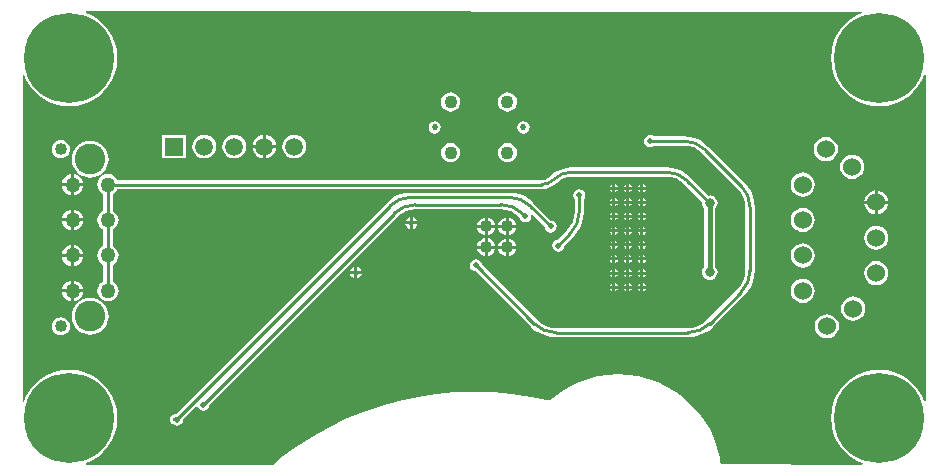
<source format=gbl>
G04*
G04 #@! TF.GenerationSoftware,Altium Limited,CircuitStudio,1.5.2 (30)*
G04*
G04 Layer_Physical_Order=2*
G04 Layer_Color=12500520*
%FSLAX25Y25*%
%MOIN*%
G70*
G01*
G75*
%ADD10C,0.01000*%
%ADD35C,0.02047*%
%ADD36C,0.04331*%
%ADD37C,0.06000*%
%ADD38C,0.05906*%
%ADD39R,0.05906X0.05906*%
%ADD40C,0.05000*%
%ADD41C,0.04016*%
%ADD42C,0.10236*%
%ADD43C,0.30000*%
%ADD44C,0.01969*%
%ADD45C,0.04000*%
%ADD46C,0.03150*%
%ADD47C,0.01575*%
G36*
X468810Y548502D02*
X468909Y548002D01*
X467214Y547300D01*
X465066Y545984D01*
X463151Y544349D01*
X461516Y542434D01*
X460200Y540286D01*
X459236Y537960D01*
X458648Y535511D01*
X458451Y533000D01*
X458648Y530489D01*
X459236Y528041D01*
X460200Y525714D01*
X461516Y523566D01*
X463151Y521651D01*
X465066Y520016D01*
X467214Y518700D01*
X469541Y517736D01*
X471989Y517148D01*
X474500Y516951D01*
X477011Y517148D01*
X479460Y517736D01*
X481786Y518700D01*
X483934Y520016D01*
X485849Y521651D01*
X487484Y523566D01*
X488800Y525714D01*
X489501Y527407D01*
X490001Y527307D01*
Y418693D01*
X489501Y418593D01*
X488800Y420286D01*
X487484Y422434D01*
X485849Y424349D01*
X483934Y425984D01*
X481786Y427300D01*
X479460Y428264D01*
X477011Y428852D01*
X474500Y429049D01*
X471989Y428852D01*
X469541Y428264D01*
X467214Y427300D01*
X465066Y425984D01*
X463151Y424349D01*
X461516Y422434D01*
X460200Y420286D01*
X459236Y417959D01*
X458648Y415511D01*
X458451Y413000D01*
X458648Y410489D01*
X459236Y408040D01*
X460200Y405714D01*
X461516Y403566D01*
X463151Y401651D01*
X465066Y400016D01*
X467214Y398700D01*
X468977Y397970D01*
X468877Y397470D01*
X422099Y397574D01*
Y397574D01*
X422099D01*
X421832Y397702D01*
X421604Y398003D01*
X421603Y398006D01*
X421534Y398475D01*
X421347Y399733D01*
X420524Y403018D01*
X419383Y406207D01*
X417935Y409268D01*
X416194Y412173D01*
X414177Y414893D01*
X411903Y417403D01*
X409393Y419677D01*
X406673Y421694D01*
X403768Y423435D01*
X400706Y424883D01*
X397518Y426024D01*
X394233Y426847D01*
X390882Y427344D01*
X387500Y427510D01*
X384117Y427344D01*
X380767Y426847D01*
X377482Y426024D01*
X374293Y424883D01*
X371232Y423435D01*
X368327Y421694D01*
X365607Y419677D01*
X364806Y418951D01*
X364442Y418869D01*
X364304Y418849D01*
X363843Y418948D01*
X358397Y420117D01*
X352136Y421069D01*
X345830Y421642D01*
X339500Y421834D01*
X333170Y421642D01*
X326864Y421069D01*
X320603Y420117D01*
X314412Y418787D01*
X308312Y417087D01*
X302326Y415021D01*
X296475Y412598D01*
X290781Y409826D01*
X285266Y406715D01*
X279948Y403276D01*
X274847Y399523D01*
X273461Y398368D01*
X273095Y398064D01*
X273095Y398064D01*
D01*
X273061Y397937D01*
X272906Y397584D01*
X272600Y397457D01*
X210082Y397452D01*
X209982Y397953D01*
X211786Y398700D01*
X213934Y400016D01*
X215849Y401651D01*
X217484Y403566D01*
X218800Y405714D01*
X219764Y408040D01*
X220352Y410489D01*
X220549Y413000D01*
X220352Y415511D01*
X219764Y417959D01*
X218800Y420286D01*
X217484Y422434D01*
X215849Y424349D01*
X213934Y425984D01*
X211786Y427300D01*
X209459Y428264D01*
X207011Y428852D01*
X204500Y429049D01*
X201989Y428852D01*
X199540Y428264D01*
X197214Y427300D01*
X195066Y425984D01*
X193151Y424349D01*
X191516Y422434D01*
X190200Y420286D01*
X189453Y418483D01*
X188953Y418582D01*
X188996Y527313D01*
X189496Y527412D01*
X190200Y525714D01*
X191516Y523566D01*
X193151Y521651D01*
X195066Y520016D01*
X197214Y518700D01*
X199540Y517736D01*
X201989Y517148D01*
X204500Y516951D01*
X207011Y517148D01*
X209459Y517736D01*
X211786Y518700D01*
X213934Y520016D01*
X215849Y521651D01*
X217484Y523566D01*
X218800Y525714D01*
X219764Y528041D01*
X220352Y530489D01*
X220549Y533000D01*
X220352Y535511D01*
X219764Y537960D01*
X218800Y540286D01*
X217484Y542434D01*
X215849Y544349D01*
X213934Y545984D01*
X211786Y547300D01*
X209980Y548048D01*
X210079Y548548D01*
X468810Y548502D01*
D02*
G37*
%LPC*%
G36*
X346460Y469500D02*
X344000D01*
Y467040D01*
X344283Y467077D01*
X345013Y467379D01*
X345640Y467860D01*
X346120Y468487D01*
X346423Y469217D01*
X346460Y469500D01*
D02*
G37*
G36*
X205100Y470654D02*
X204686Y470600D01*
X203835Y470247D01*
X203104Y469686D01*
X202543Y468955D01*
X202190Y468104D01*
X202136Y467690D01*
X205100D01*
Y470654D01*
D02*
G37*
G36*
X343000Y469500D02*
X340540D01*
X340577Y469217D01*
X340879Y468487D01*
X341360Y467860D01*
X341987Y467379D01*
X342717Y467077D01*
X343000Y467040D01*
Y469500D01*
D02*
G37*
G36*
X350000Y469346D02*
X347540D01*
X347577Y469063D01*
X347880Y468333D01*
X348360Y467706D01*
X348987Y467225D01*
X349717Y466923D01*
X350000Y466886D01*
Y469346D01*
D02*
G37*
G36*
X353460D02*
X351000D01*
Y466886D01*
X351283Y466923D01*
X352013Y467225D01*
X352640Y467706D01*
X353120Y468333D01*
X353423Y469063D01*
X353460Y469346D01*
D02*
G37*
G36*
X396746Y470238D02*
X395924D01*
Y469416D01*
X395968Y469425D01*
X396429Y469733D01*
X396737Y470194D01*
X396746Y470238D01*
D02*
G37*
G36*
X390200D02*
X389378D01*
X389387Y470194D01*
X389695Y469733D01*
X390156Y469425D01*
X390200Y469416D01*
Y470238D01*
D02*
G37*
G36*
X385476D02*
X384654D01*
X384663Y470194D01*
X384971Y469733D01*
X385432Y469425D01*
X385476Y469416D01*
Y470238D01*
D02*
G37*
G36*
X206100Y470654D02*
Y467690D01*
X209064D01*
X209010Y468104D01*
X208657Y468955D01*
X208096Y469686D01*
X207365Y470247D01*
X206514Y470600D01*
X206100Y470654D01*
D02*
G37*
G36*
X473500Y477135D02*
X472456Y476997D01*
X471483Y476594D01*
X470647Y475953D01*
X470006Y475117D01*
X469603Y474144D01*
X469465Y473100D01*
X469603Y472056D01*
X470006Y471083D01*
X470647Y470247D01*
X471483Y469606D01*
X472456Y469203D01*
X473500Y469066D01*
X474544Y469203D01*
X475517Y469606D01*
X476353Y470247D01*
X476994Y471083D01*
X477397Y472056D01*
X477534Y473100D01*
X477397Y474144D01*
X476994Y475117D01*
X476353Y475953D01*
X475517Y476594D01*
X474544Y476997D01*
X473500Y477135D01*
D02*
G37*
G36*
X386476Y467335D02*
Y466513D01*
X387297D01*
X387288Y466557D01*
X386980Y467018D01*
X386519Y467326D01*
X386476Y467335D01*
D02*
G37*
G36*
X394924Y465513D02*
X394103D01*
X394112Y465470D01*
X394420Y465009D01*
X394881Y464701D01*
X394924Y464692D01*
Y465513D01*
D02*
G37*
G36*
X387297D02*
X386476D01*
Y464692D01*
X386519Y464701D01*
X386980Y465009D01*
X387288Y465470D01*
X387297Y465513D01*
D02*
G37*
G36*
X392021D02*
X391200D01*
Y464692D01*
X391244Y464701D01*
X391705Y465009D01*
X392013Y465470D01*
X392021Y465513D01*
D02*
G37*
G36*
X396746D02*
X395924D01*
Y464692D01*
X395968Y464701D01*
X396429Y465009D01*
X396737Y465470D01*
X396746Y465513D01*
D02*
G37*
G36*
X390200D02*
X389378D01*
X389387Y465470D01*
X389695Y465009D01*
X390156Y464701D01*
X390200Y464692D01*
Y465513D01*
D02*
G37*
G36*
X395924Y467335D02*
Y466513D01*
X396746D01*
X396737Y466557D01*
X396429Y467018D01*
X395968Y467326D01*
X395924Y467335D01*
D02*
G37*
G36*
X391200D02*
Y466513D01*
X392021D01*
X392013Y466557D01*
X391705Y467018D01*
X391244Y467326D01*
X391200Y467335D01*
D02*
G37*
G36*
X394924D02*
X394881Y467326D01*
X394420Y467018D01*
X394112Y466557D01*
X394103Y466513D01*
X394924D01*
Y467335D01*
D02*
G37*
G36*
X385476D02*
X385432Y467326D01*
X384971Y467018D01*
X384663Y466557D01*
X384654Y466513D01*
X385476D01*
Y467335D01*
D02*
G37*
G36*
X390200D02*
X390156Y467326D01*
X389695Y467018D01*
X389387Y466557D01*
X389378Y466513D01*
X390200D01*
Y467335D01*
D02*
G37*
G36*
X392021Y470238D02*
X391200D01*
Y469416D01*
X391244Y469425D01*
X391705Y469733D01*
X392013Y470194D01*
X392021Y470238D01*
D02*
G37*
G36*
X346460Y476346D02*
X344000D01*
Y473886D01*
X344283Y473923D01*
X345013Y474225D01*
X345640Y474706D01*
X346121Y475333D01*
X346423Y476063D01*
X346460Y476346D01*
D02*
G37*
G36*
X350000D02*
X347540D01*
X347577Y476063D01*
X347880Y475333D01*
X348360Y474706D01*
X348987Y474225D01*
X349717Y473923D01*
X350000Y473886D01*
Y476346D01*
D02*
G37*
G36*
X343000D02*
X340540D01*
X340577Y476063D01*
X340880Y475333D01*
X341360Y474706D01*
X341987Y474225D01*
X342717Y473923D01*
X343000Y473886D01*
Y476346D01*
D02*
G37*
G36*
X386476Y472059D02*
Y471238D01*
X387297D01*
X387288Y471282D01*
X386980Y471743D01*
X386519Y472051D01*
X386476Y472059D01*
D02*
G37*
G36*
X374500Y489198D02*
X373726Y489044D01*
X373069Y488605D01*
X372631Y487949D01*
X372477Y487175D01*
X372631Y486401D01*
X372971Y485892D01*
Y481642D01*
X372984Y481574D01*
X372828Y479986D01*
X372344Y478393D01*
X371560Y476925D01*
X370547Y475691D01*
X370490Y475653D01*
X367325Y472488D01*
X366726Y472369D01*
X366069Y471931D01*
X365631Y471274D01*
X365477Y470500D01*
X365631Y469726D01*
X366069Y469069D01*
X366726Y468631D01*
X367500Y468477D01*
X368274Y468631D01*
X368931Y469069D01*
X369369Y469726D01*
X369488Y470326D01*
X372653Y473490D01*
X372657Y473485D01*
X373832Y474862D01*
X374778Y476405D01*
X375471Y478077D01*
X375893Y479838D01*
X376035Y481642D01*
X376029D01*
Y485892D01*
X376369Y486401D01*
X376523Y487175D01*
X376369Y487949D01*
X375931Y488605D01*
X375274Y489044D01*
X374500Y489198D01*
D02*
G37*
G36*
X390200Y474962D02*
X389378D01*
X389387Y474919D01*
X389695Y474457D01*
X390156Y474149D01*
X390200Y474141D01*
Y474962D01*
D02*
G37*
G36*
X392021D02*
X391200D01*
Y474141D01*
X391244Y474149D01*
X391705Y474457D01*
X392013Y474919D01*
X392021Y474962D01*
D02*
G37*
G36*
X396746D02*
X395924D01*
Y474141D01*
X395968Y474149D01*
X396429Y474457D01*
X396737Y474919D01*
X396746Y474962D01*
D02*
G37*
G36*
X353460Y476346D02*
X351000D01*
Y473886D01*
X351283Y473923D01*
X352013Y474225D01*
X352640Y474706D01*
X353120Y475333D01*
X353423Y476063D01*
X353460Y476346D01*
D02*
G37*
G36*
X385476Y474962D02*
X384654D01*
X384663Y474919D01*
X384971Y474457D01*
X385432Y474149D01*
X385476Y474141D01*
Y474962D01*
D02*
G37*
G36*
X391200Y472059D02*
Y471238D01*
X392021D01*
X392013Y471282D01*
X391705Y471743D01*
X391244Y472051D01*
X391200Y472059D01*
D02*
G37*
G36*
X351000Y472806D02*
Y470346D01*
X353460D01*
X353423Y470629D01*
X353120Y471359D01*
X352640Y471985D01*
X352013Y472466D01*
X351283Y472769D01*
X351000Y472806D01*
D02*
G37*
G36*
X343000Y472960D02*
X342717Y472923D01*
X341987Y472620D01*
X341360Y472140D01*
X340879Y471513D01*
X340577Y470783D01*
X340540Y470500D01*
X343000D01*
Y472960D01*
D02*
G37*
G36*
X350000Y472806D02*
X349717Y472769D01*
X348987Y472466D01*
X348360Y471985D01*
X347880Y471359D01*
X347577Y470629D01*
X347540Y470346D01*
X350000D01*
Y472806D01*
D02*
G37*
G36*
X394924Y470238D02*
X394103D01*
X394112Y470194D01*
X394420Y469733D01*
X394881Y469425D01*
X394924Y469416D01*
Y470238D01*
D02*
G37*
G36*
X387297D02*
X386476D01*
Y469416D01*
X386519Y469425D01*
X386980Y469733D01*
X387288Y470194D01*
X387297Y470238D01*
D02*
G37*
G36*
X394924Y472059D02*
X394881Y472051D01*
X394420Y471743D01*
X394112Y471282D01*
X394103Y471238D01*
X394924D01*
Y472059D01*
D02*
G37*
G36*
X395924D02*
Y471238D01*
X396746D01*
X396737Y471282D01*
X396429Y471743D01*
X395968Y472051D01*
X395924Y472059D01*
D02*
G37*
G36*
X390200D02*
X390156Y472051D01*
X389695Y471743D01*
X389387Y471282D01*
X389378Y471238D01*
X390200D01*
Y472059D01*
D02*
G37*
G36*
X344000Y472960D02*
Y470500D01*
X346460D01*
X346423Y470783D01*
X346120Y471513D01*
X345640Y472140D01*
X345013Y472620D01*
X344283Y472923D01*
X344000Y472960D01*
D02*
G37*
G36*
X385476Y472059D02*
X385432Y472051D01*
X384971Y471743D01*
X384663Y471282D01*
X384654Y471238D01*
X385476D01*
Y472059D01*
D02*
G37*
G36*
X205100Y458834D02*
X204686Y458780D01*
X203835Y458427D01*
X203104Y457866D01*
X202543Y457135D01*
X202190Y456284D01*
X202136Y455870D01*
X205100D01*
Y458834D01*
D02*
G37*
G36*
X206100Y458834D02*
Y455870D01*
X209064D01*
X209010Y456284D01*
X208657Y457135D01*
X208096Y457866D01*
X207365Y458427D01*
X206514Y458780D01*
X206100Y458834D01*
D02*
G37*
G36*
X387297Y456065D02*
X386476D01*
Y455243D01*
X386519Y455252D01*
X386980Y455560D01*
X387288Y456021D01*
X387297Y456065D01*
D02*
G37*
G36*
X392021D02*
X391200D01*
Y455243D01*
X391244Y455252D01*
X391705Y455560D01*
X392013Y456021D01*
X392021Y456065D01*
D02*
G37*
G36*
X394924D02*
X394103D01*
X394112Y456021D01*
X394420Y455560D01*
X394881Y455252D01*
X394924Y455243D01*
Y456065D01*
D02*
G37*
G36*
X395924Y457886D02*
Y457065D01*
X396746D01*
X396737Y457108D01*
X396429Y457569D01*
X395968Y457877D01*
X395924Y457886D01*
D02*
G37*
G36*
X391200D02*
Y457065D01*
X392021D01*
X392013Y457108D01*
X391705Y457569D01*
X391244Y457877D01*
X391200Y457886D01*
D02*
G37*
G36*
X394924D02*
X394881Y457877D01*
X394420Y457569D01*
X394112Y457108D01*
X394103Y457065D01*
X394924D01*
Y457886D01*
D02*
G37*
G36*
X385476D02*
X385432Y457877D01*
X384971Y457569D01*
X384663Y457108D01*
X384654Y457065D01*
X385476D01*
Y457886D01*
D02*
G37*
G36*
X390200D02*
X390156Y457877D01*
X389695Y457569D01*
X389387Y457108D01*
X389378Y457065D01*
X390200D01*
Y457886D01*
D02*
G37*
G36*
Y456065D02*
X389378D01*
X389387Y456021D01*
X389695Y455560D01*
X390156Y455252D01*
X390200Y455243D01*
Y456065D01*
D02*
G37*
G36*
X398100Y507369D02*
X397326Y507215D01*
X396669Y506777D01*
X396231Y506120D01*
X396077Y505346D01*
X396231Y504572D01*
X396669Y503915D01*
X397326Y503477D01*
X398100Y503323D01*
X398874Y503477D01*
X399383Y503817D01*
X409412D01*
X409480Y503830D01*
X411068Y503674D01*
X412661Y503191D01*
X414129Y502406D01*
X415363Y501393D01*
X415402Y501335D01*
X427390Y489347D01*
X427447Y489309D01*
X428460Y488075D01*
X429245Y486607D01*
X429728Y485014D01*
X429884Y483426D01*
X429871Y483358D01*
Y462042D01*
X429884Y461974D01*
X429728Y460386D01*
X429245Y458793D01*
X428460Y457325D01*
X427447Y456091D01*
X427390Y456052D01*
X416847Y445510D01*
X416809Y445452D01*
X415575Y444440D01*
X414107Y443655D01*
X412514Y443172D01*
X410926Y443016D01*
X410858Y443029D01*
X366659D01*
X366591Y443016D01*
X365003Y443172D01*
X363410Y443655D01*
X361942Y444440D01*
X360708Y445452D01*
X360669Y445510D01*
X342098Y464081D01*
X341979Y464681D01*
X341541Y465338D01*
X340884Y465776D01*
X340110Y465930D01*
X339336Y465776D01*
X338679Y465338D01*
X338241Y464681D01*
X338087Y463907D01*
X338241Y463133D01*
X338679Y462476D01*
X339336Y462038D01*
X339935Y461919D01*
X358507Y443347D01*
X358502Y443343D01*
X359879Y442168D01*
X361422Y441222D01*
X363094Y440529D01*
X364855Y440106D01*
X366659Y439964D01*
Y439971D01*
X410858D01*
Y439964D01*
X412662Y440106D01*
X414423Y440529D01*
X416095Y441222D01*
X417638Y442168D01*
X419015Y443343D01*
X419010Y443347D01*
X429553Y453890D01*
X429557Y453885D01*
X430732Y455262D01*
X431678Y456805D01*
X432371Y458477D01*
X432794Y460238D01*
X432935Y462042D01*
X432929D01*
Y483358D01*
X432935D01*
X432794Y485162D01*
X432371Y486923D01*
X431678Y488595D01*
X430732Y490138D01*
X429557Y491515D01*
X429553Y491510D01*
X417564Y503498D01*
X417569Y503503D01*
X416192Y504678D01*
X414649Y505624D01*
X412977Y506317D01*
X411216Y506740D01*
X409412Y506882D01*
Y506875D01*
X399383D01*
X398874Y507215D01*
X398100Y507369D01*
D02*
G37*
G36*
X465783Y453512D02*
X464739Y453375D01*
X463766Y452972D01*
X462931Y452331D01*
X462289Y451495D01*
X461886Y450522D01*
X461749Y449478D01*
X461886Y448434D01*
X462289Y447461D01*
X462931Y446625D01*
X463766Y445984D01*
X464739Y445581D01*
X465783Y445443D01*
X466828Y445581D01*
X467801Y445984D01*
X468636Y446625D01*
X469277Y447461D01*
X469681Y448434D01*
X469818Y449478D01*
X469681Y450522D01*
X469277Y451495D01*
X468636Y452331D01*
X467801Y452972D01*
X466828Y453375D01*
X465783Y453512D01*
D02*
G37*
G36*
X211500Y453067D02*
X210301Y452949D01*
X209147Y452599D01*
X208085Y452031D01*
X207153Y451266D01*
X206388Y450334D01*
X205820Y449272D01*
X205470Y448118D01*
X205352Y446919D01*
X205470Y445720D01*
X205820Y444566D01*
X206388Y443504D01*
X207153Y442572D01*
X208085Y441807D01*
X209147Y441239D01*
X210301Y440889D01*
X211500Y440771D01*
X212699Y440889D01*
X213853Y441239D01*
X214915Y441807D01*
X215847Y442572D01*
X216612Y443504D01*
X217180Y444566D01*
X217530Y445720D01*
X217648Y446919D01*
X217530Y448118D01*
X217180Y449272D01*
X216612Y450334D01*
X215847Y451266D01*
X214915Y452031D01*
X213853Y452599D01*
X212699Y452949D01*
X211500Y453067D01*
D02*
G37*
G36*
X457031Y447607D02*
X455987Y447470D01*
X455014Y447066D01*
X454179Y446425D01*
X453537Y445590D01*
X453134Y444617D01*
X452997Y443573D01*
X453134Y442528D01*
X453537Y441555D01*
X454179Y440720D01*
X455014Y440078D01*
X455987Y439676D01*
X457031Y439538D01*
X458076Y439676D01*
X459049Y440078D01*
X459884Y440720D01*
X460526Y441555D01*
X460928Y442528D01*
X461066Y443573D01*
X460928Y444617D01*
X460526Y445590D01*
X459884Y446425D01*
X459049Y447066D01*
X458076Y447470D01*
X457031Y447607D01*
D02*
G37*
G36*
X201731Y446606D02*
X200945Y446503D01*
X200214Y446200D01*
X199585Y445718D01*
X199103Y445089D01*
X198800Y444358D01*
X198697Y443573D01*
X198800Y442787D01*
X199103Y442056D01*
X199585Y441427D01*
X200214Y440945D01*
X200945Y440642D01*
X201731Y440539D01*
X202516Y440642D01*
X203248Y440945D01*
X203876Y441427D01*
X204358Y442056D01*
X204661Y442787D01*
X204765Y443573D01*
X204661Y444358D01*
X204358Y445089D01*
X203876Y445718D01*
X203248Y446200D01*
X202516Y446503D01*
X201731Y446606D01*
D02*
G37*
G36*
X385476Y456065D02*
X384654D01*
X384663Y456021D01*
X384971Y455560D01*
X385432Y455252D01*
X385476Y455243D01*
Y456065D01*
D02*
G37*
G36*
X396746D02*
X395924D01*
Y455243D01*
X395968Y455252D01*
X396429Y455560D01*
X396737Y456021D01*
X396746Y456065D01*
D02*
G37*
G36*
X209064Y454870D02*
X206100D01*
Y451906D01*
X206514Y451960D01*
X207365Y452313D01*
X208096Y452874D01*
X208657Y453605D01*
X209010Y454456D01*
X209064Y454870D01*
D02*
G37*
G36*
X449000Y459418D02*
X447956Y459281D01*
X446983Y458878D01*
X446147Y458236D01*
X445506Y457401D01*
X445103Y456428D01*
X444965Y455383D01*
X445103Y454339D01*
X445506Y453366D01*
X446147Y452531D01*
X446983Y451890D01*
X447956Y451486D01*
X449000Y451349D01*
X450044Y451486D01*
X451017Y451890D01*
X451853Y452531D01*
X452494Y453366D01*
X452897Y454339D01*
X453034Y455383D01*
X452897Y456428D01*
X452494Y457401D01*
X451853Y458236D01*
X451017Y458878D01*
X450044Y459281D01*
X449000Y459418D01*
D02*
G37*
G36*
X205100Y454870D02*
X202136D01*
X202190Y454456D01*
X202543Y453605D01*
X203104Y452874D01*
X203835Y452313D01*
X204686Y451960D01*
X205100Y451906D01*
Y454870D01*
D02*
G37*
G36*
X386476Y457886D02*
Y457065D01*
X387297D01*
X387288Y457108D01*
X386980Y457569D01*
X386519Y457877D01*
X386476Y457886D01*
D02*
G37*
G36*
Y462611D02*
Y461789D01*
X387297D01*
X387288Y461833D01*
X386980Y462294D01*
X386519Y462602D01*
X386476Y462611D01*
D02*
G37*
G36*
X299547Y463380D02*
X299273Y463325D01*
X298617Y462886D01*
X298178Y462230D01*
X298124Y461956D01*
X299547D01*
Y463380D01*
D02*
G37*
G36*
X391200Y462611D02*
Y461789D01*
X392021D01*
X392013Y461833D01*
X391705Y462294D01*
X391244Y462602D01*
X391200Y462611D01*
D02*
G37*
G36*
X394924D02*
X394881Y462602D01*
X394420Y462294D01*
X394112Y461833D01*
X394103Y461789D01*
X394924D01*
Y462611D01*
D02*
G37*
G36*
X395924D02*
Y461789D01*
X396746D01*
X396737Y461833D01*
X396429Y462294D01*
X395968Y462602D01*
X395924Y462611D01*
D02*
G37*
G36*
X209064Y466690D02*
X206100D01*
Y463726D01*
X206514Y463780D01*
X207365Y464133D01*
X208096Y464694D01*
X208657Y465425D01*
X209010Y466276D01*
X209064Y466690D01*
D02*
G37*
G36*
X385476Y465513D02*
X384654D01*
X384663Y465470D01*
X384971Y465009D01*
X385432Y464701D01*
X385476Y464692D01*
Y465513D01*
D02*
G37*
G36*
X205100Y466690D02*
X202136D01*
X202190Y466276D01*
X202543Y465425D01*
X203104Y464694D01*
X203835Y464133D01*
X204686Y463780D01*
X205100Y463726D01*
Y466690D01*
D02*
G37*
G36*
X300547Y463380D02*
Y461956D01*
X301971D01*
X301916Y462230D01*
X301478Y462886D01*
X300821Y463325D01*
X300547Y463380D01*
D02*
G37*
G36*
X449000Y471229D02*
X447956Y471092D01*
X446983Y470688D01*
X446147Y470047D01*
X445506Y469212D01*
X445103Y468239D01*
X444965Y467195D01*
X445103Y466150D01*
X445506Y465177D01*
X446147Y464342D01*
X446983Y463700D01*
X447956Y463298D01*
X449000Y463160D01*
X450044Y463298D01*
X451017Y463700D01*
X451853Y464342D01*
X452494Y465177D01*
X452897Y466150D01*
X453034Y467195D01*
X452897Y468239D01*
X452494Y469212D01*
X451853Y470047D01*
X451017Y470688D01*
X450044Y471092D01*
X449000Y471229D01*
D02*
G37*
G36*
X390200Y462611D02*
X390156Y462602D01*
X389695Y462294D01*
X389387Y461833D01*
X389378Y461789D01*
X390200D01*
Y462611D01*
D02*
G37*
G36*
X385476Y460789D02*
X384654D01*
X384663Y460745D01*
X384971Y460284D01*
X385432Y459976D01*
X385476Y459968D01*
Y460789D01*
D02*
G37*
G36*
X396746D02*
X395924D01*
Y459968D01*
X395968Y459976D01*
X396429Y460284D01*
X396737Y460745D01*
X396746Y460789D01*
D02*
G37*
G36*
X301971Y460956D02*
X300547D01*
Y459532D01*
X300821Y459587D01*
X301478Y460025D01*
X301916Y460682D01*
X301971Y460956D01*
D02*
G37*
G36*
X473500Y465323D02*
X472456Y465186D01*
X471483Y464783D01*
X470647Y464142D01*
X470006Y463306D01*
X469603Y462333D01*
X469465Y461289D01*
X469603Y460245D01*
X470006Y459272D01*
X470647Y458436D01*
X471483Y457795D01*
X472456Y457392D01*
X473500Y457255D01*
X474544Y457392D01*
X475517Y457795D01*
X476353Y458436D01*
X476994Y459272D01*
X477397Y460245D01*
X477534Y461289D01*
X477397Y462333D01*
X476994Y463306D01*
X476353Y464142D01*
X475517Y464783D01*
X474544Y465186D01*
X473500Y465323D01*
D02*
G37*
G36*
X299547Y460956D02*
X298124D01*
X298178Y460682D01*
X298617Y460025D01*
X299273Y459587D01*
X299547Y459532D01*
Y460956D01*
D02*
G37*
G36*
X387297Y460789D02*
X386476D01*
Y459968D01*
X386519Y459976D01*
X386980Y460284D01*
X387288Y460745D01*
X387297Y460789D01*
D02*
G37*
G36*
X385476Y462611D02*
X385432Y462602D01*
X384971Y462294D01*
X384663Y461833D01*
X384654Y461789D01*
X385476D01*
Y462611D01*
D02*
G37*
G36*
X394924Y460789D02*
X394103D01*
X394112Y460745D01*
X394420Y460284D01*
X394881Y459976D01*
X394924Y459968D01*
Y460789D01*
D02*
G37*
G36*
X390200D02*
X389378D01*
X389387Y460745D01*
X389695Y460284D01*
X390156Y459976D01*
X390200Y459968D01*
Y460789D01*
D02*
G37*
G36*
X392021D02*
X391200D01*
Y459968D01*
X391244Y459976D01*
X391705Y460284D01*
X392013Y460745D01*
X392021Y460789D01*
D02*
G37*
G36*
X394924Y489136D02*
X394103D01*
X394112Y489092D01*
X394420Y488631D01*
X394881Y488323D01*
X394924Y488314D01*
Y489136D01*
D02*
G37*
G36*
X387297D02*
X386476D01*
Y488314D01*
X386519Y488323D01*
X386980Y488631D01*
X387288Y489092D01*
X387297Y489136D01*
D02*
G37*
G36*
X392021D02*
X391200D01*
Y488314D01*
X391244Y488323D01*
X391705Y488631D01*
X392013Y489092D01*
X392021Y489136D01*
D02*
G37*
G36*
X396746D02*
X395924D01*
Y488314D01*
X395968Y488323D01*
X396429Y488631D01*
X396737Y489092D01*
X396746Y489136D01*
D02*
G37*
G36*
X390200D02*
X389378D01*
X389387Y489092D01*
X389695Y488631D01*
X390156Y488323D01*
X390200Y488314D01*
Y489136D01*
D02*
G37*
G36*
X395924Y490957D02*
Y490135D01*
X396746D01*
X396737Y490179D01*
X396429Y490640D01*
X395968Y490948D01*
X395924Y490957D01*
D02*
G37*
G36*
X391200D02*
Y490135D01*
X392021D01*
X392013Y490179D01*
X391705Y490640D01*
X391244Y490948D01*
X391200Y490957D01*
D02*
G37*
G36*
X394924D02*
X394881Y490948D01*
X394420Y490640D01*
X394112Y490179D01*
X394103Y490135D01*
X394924D01*
Y490957D01*
D02*
G37*
G36*
X385476D02*
X385432Y490948D01*
X384971Y490640D01*
X384663Y490179D01*
X384654Y490135D01*
X385476D01*
Y490957D01*
D02*
G37*
G36*
X390200D02*
X390156Y490948D01*
X389695Y490640D01*
X389387Y490179D01*
X389378Y490135D01*
X390200D01*
Y490957D01*
D02*
G37*
G36*
X385476Y489136D02*
X384654D01*
X384663Y489092D01*
X384971Y488631D01*
X385432Y488323D01*
X385476Y488314D01*
Y489136D01*
D02*
G37*
G36*
X395924Y486233D02*
Y485411D01*
X396746D01*
X396737Y485455D01*
X396429Y485916D01*
X395968Y486224D01*
X395924Y486233D01*
D02*
G37*
G36*
X391200D02*
Y485411D01*
X392021D01*
X392013Y485455D01*
X391705Y485916D01*
X391244Y486224D01*
X391200Y486233D01*
D02*
G37*
G36*
X394924D02*
X394881Y486224D01*
X394420Y485916D01*
X394112Y485455D01*
X394103Y485411D01*
X394924D01*
Y486233D01*
D02*
G37*
G36*
X385476D02*
X385432Y486224D01*
X384971Y485916D01*
X384663Y485455D01*
X384654Y485411D01*
X385476D01*
Y486233D01*
D02*
G37*
G36*
X390200D02*
X390156Y486224D01*
X389695Y485916D01*
X389387Y485455D01*
X389378Y485411D01*
X390200D01*
Y486233D01*
D02*
G37*
G36*
X209064Y490330D02*
X206100D01*
Y487366D01*
X206514Y487420D01*
X207365Y487773D01*
X208096Y488334D01*
X208657Y489065D01*
X209010Y489916D01*
X209064Y490330D01*
D02*
G37*
G36*
X351104Y488135D02*
Y488129D01*
X318442D01*
Y488135D01*
X316637Y487993D01*
X314877Y487571D01*
X313205Y486878D01*
X311662Y485932D01*
X310285Y484757D01*
X310290Y484753D01*
X239976Y414439D01*
X239626Y414369D01*
X238969Y413931D01*
X238964Y413923D01*
X238915Y413913D01*
X238419Y413581D01*
X238087Y413085D01*
X237971Y412500D01*
X238087Y411915D01*
X238419Y411419D01*
X238915Y411087D01*
X238964Y411077D01*
X238969Y411069D01*
X239626Y410631D01*
X240400Y410477D01*
X241174Y410631D01*
X241830Y411069D01*
X242269Y411726D01*
X242423Y412500D01*
X242413Y412550D01*
X246833Y416970D01*
X247311Y416825D01*
X247331Y416726D01*
X247769Y416069D01*
X248426Y415631D01*
X249200Y415477D01*
X249974Y415631D01*
X250630Y416069D01*
X251069Y416726D01*
X251213Y417450D01*
X313853Y480090D01*
X313891Y480147D01*
X315125Y481160D01*
X316593Y481945D01*
X318186Y482428D01*
X319774Y482584D01*
X319842Y482571D01*
X348494D01*
X348562Y482584D01*
X350150Y482428D01*
X351743Y481945D01*
X353211Y481160D01*
X354445Y480147D01*
X354483Y480090D01*
X354512Y480061D01*
X354631Y479462D01*
X355069Y478805D01*
X355726Y478367D01*
X356500Y478213D01*
X357274Y478367D01*
X357931Y478805D01*
X358369Y479462D01*
X358523Y480236D01*
X358469Y480507D01*
X358930Y480753D01*
X363012Y476672D01*
X363131Y476072D01*
X363569Y475415D01*
X364226Y474977D01*
X365000Y474823D01*
X365774Y474977D01*
X366431Y475415D01*
X366869Y476072D01*
X367023Y476846D01*
X366869Y477620D01*
X366431Y478276D01*
X365774Y478715D01*
X365175Y478834D01*
X359256Y484753D01*
X359261Y484757D01*
X357884Y485932D01*
X356341Y486878D01*
X354668Y487571D01*
X352908Y487993D01*
X351104Y488135D01*
D02*
G37*
G36*
X205100Y490330D02*
X202136D01*
X202190Y489916D01*
X202543Y489065D01*
X203104Y488334D01*
X203835Y487773D01*
X204686Y487420D01*
X205100Y487366D01*
Y490330D01*
D02*
G37*
G36*
X386476Y486233D02*
Y485411D01*
X387297D01*
X387288Y485455D01*
X386980Y485916D01*
X386519Y486224D01*
X386476Y486233D01*
D02*
G37*
G36*
X449000Y494851D02*
X447956Y494714D01*
X446983Y494311D01*
X446147Y493669D01*
X445506Y492834D01*
X445103Y491861D01*
X444965Y490817D01*
X445103Y489772D01*
X445506Y488799D01*
X446147Y487964D01*
X446983Y487323D01*
X447956Y486919D01*
X449000Y486782D01*
X450044Y486919D01*
X451017Y487323D01*
X451853Y487964D01*
X452494Y488799D01*
X452897Y489772D01*
X453034Y490817D01*
X452897Y491861D01*
X452494Y492834D01*
X451853Y493669D01*
X451017Y494311D01*
X450044Y494714D01*
X449000Y494851D01*
D02*
G37*
G36*
X386476Y490957D02*
Y490135D01*
X387297D01*
X387288Y490179D01*
X386980Y490640D01*
X386519Y490948D01*
X386476Y490957D01*
D02*
G37*
G36*
X201732Y505661D02*
X200947Y505558D01*
X200215Y505255D01*
X199587Y504773D01*
X199105Y504144D01*
X198802Y503413D01*
X198698Y502628D01*
X198802Y501842D01*
X199105Y501111D01*
X199587Y500482D01*
X200215Y500000D01*
X200947Y499697D01*
X201732Y499594D01*
X202517Y499697D01*
X203249Y500000D01*
X203877Y500482D01*
X204360Y501111D01*
X204663Y501842D01*
X204766Y502628D01*
X204663Y503413D01*
X204360Y504144D01*
X203877Y504773D01*
X203249Y505255D01*
X202517Y505558D01*
X201732Y505661D01*
D02*
G37*
G36*
X269038Y507421D02*
X268506Y507351D01*
X267545Y506953D01*
X266719Y506319D01*
X266085Y505493D01*
X265687Y504532D01*
X265617Y504000D01*
X269038D01*
Y507421D01*
D02*
G37*
G36*
X273459Y503000D02*
X270038D01*
Y499579D01*
X270570Y499649D01*
X271531Y500047D01*
X272357Y500681D01*
X272991Y501507D01*
X273389Y502468D01*
X273459Y503000D01*
D02*
G37*
G36*
X243491Y507453D02*
X235585D01*
Y499547D01*
X243491D01*
Y507453D01*
D02*
G37*
G36*
X269038Y503000D02*
X265617D01*
X265687Y502468D01*
X266085Y501507D01*
X266719Y500681D01*
X267545Y500047D01*
X268506Y499649D01*
X269038Y499579D01*
Y503000D01*
D02*
G37*
G36*
X331651Y521558D02*
X330825Y521449D01*
X330054Y521130D01*
X329393Y520623D01*
X328886Y519962D01*
X328567Y519191D01*
X328458Y518365D01*
X328567Y517539D01*
X328886Y516769D01*
X329393Y516107D01*
X330054Y515600D01*
X330825Y515281D01*
X331651Y515172D01*
X332477Y515281D01*
X333247Y515600D01*
X333909Y516107D01*
X334416Y516769D01*
X334735Y517539D01*
X334844Y518365D01*
X334735Y519191D01*
X334416Y519962D01*
X333909Y520623D01*
X333247Y521130D01*
X332477Y521449D01*
X331651Y521558D01*
D02*
G37*
G36*
X350549D02*
X349723Y521449D01*
X348953Y521130D01*
X348291Y520623D01*
X347784Y519962D01*
X347465Y519191D01*
X347356Y518365D01*
X347465Y517539D01*
X347784Y516769D01*
X348291Y516107D01*
X348953Y515600D01*
X349723Y515281D01*
X350549Y515172D01*
X351375Y515281D01*
X352145Y515600D01*
X352807Y516107D01*
X353314Y516769D01*
X353633Y517539D01*
X353742Y518365D01*
X353633Y519191D01*
X353314Y519962D01*
X352807Y520623D01*
X352145Y521130D01*
X351375Y521449D01*
X350549Y521558D01*
D02*
G37*
G36*
X355864Y511963D02*
X355074Y511806D01*
X354405Y511359D01*
X353958Y510690D01*
X353801Y509900D01*
X353958Y509110D01*
X354405Y508441D01*
X355074Y507994D01*
X355864Y507837D01*
X356653Y507994D01*
X357323Y508441D01*
X357770Y509110D01*
X357927Y509900D01*
X357770Y510690D01*
X357323Y511359D01*
X356653Y511806D01*
X355864Y511963D01*
D02*
G37*
G36*
X270038Y507421D02*
Y504000D01*
X273459D01*
X273389Y504532D01*
X272991Y505493D01*
X272357Y506319D01*
X271531Y506953D01*
X270570Y507351D01*
X270038Y507421D01*
D02*
G37*
G36*
X326336Y511963D02*
X325546Y511806D01*
X324877Y511359D01*
X324430Y510690D01*
X324273Y509900D01*
X324430Y509110D01*
X324877Y508441D01*
X325546Y507994D01*
X326336Y507837D01*
X327126Y507994D01*
X327795Y508441D01*
X328242Y509110D01*
X328399Y509900D01*
X328242Y510690D01*
X327795Y511359D01*
X327126Y511806D01*
X326336Y511963D01*
D02*
G37*
G36*
X279538Y507487D02*
X278506Y507351D01*
X277545Y506953D01*
X276719Y506319D01*
X276085Y505493D01*
X275687Y504532D01*
X275551Y503500D01*
X275687Y502468D01*
X276085Y501507D01*
X276719Y500681D01*
X277545Y500047D01*
X278506Y499649D01*
X279538Y499513D01*
X280570Y499649D01*
X281531Y500047D01*
X282357Y500681D01*
X282991Y501507D01*
X283389Y502468D01*
X283525Y503500D01*
X283389Y504532D01*
X282991Y505493D01*
X282357Y506319D01*
X281531Y506953D01*
X280570Y507351D01*
X279538Y507487D01*
D02*
G37*
G36*
X211500Y505429D02*
X210301Y505311D01*
X209147Y504961D01*
X208085Y504393D01*
X207153Y503628D01*
X206388Y502697D01*
X205820Y501634D01*
X205470Y500481D01*
X205352Y499281D01*
X205470Y498082D01*
X205820Y496929D01*
X206388Y495866D01*
X207153Y494934D01*
X208085Y494170D01*
X209147Y493601D01*
X210301Y493252D01*
X211500Y493133D01*
X212699Y493252D01*
X213853Y493601D01*
X214915Y494170D01*
X215847Y494934D01*
X216612Y495866D01*
X217180Y496929D01*
X217530Y498082D01*
X217648Y499281D01*
X217530Y500481D01*
X217180Y501634D01*
X216612Y502697D01*
X215847Y503628D01*
X214915Y504393D01*
X213853Y504961D01*
X212699Y505311D01*
X211500Y505429D01*
D02*
G37*
G36*
X372036Y496549D02*
X370068Y496355D01*
X368177Y495781D01*
X366433Y494849D01*
X364905Y493595D01*
X364905Y493595D01*
X364539Y493271D01*
X364062Y492905D01*
X363052Y492487D01*
X362015Y492350D01*
X361968Y492359D01*
X220555D01*
X220457Y492595D01*
X219896Y493326D01*
X219165Y493887D01*
X218314Y494240D01*
X217400Y494360D01*
X216486Y494240D01*
X215635Y493887D01*
X214904Y493326D01*
X214343Y492595D01*
X213990Y491744D01*
X213870Y490830D01*
X213990Y489916D01*
X214343Y489065D01*
X214904Y488334D01*
X215635Y487773D01*
X215871Y487675D01*
Y482147D01*
X215635Y482049D01*
X214904Y481488D01*
X214343Y480757D01*
X213990Y479906D01*
X213870Y478992D01*
X213990Y478078D01*
X214343Y477227D01*
X214904Y476496D01*
X215635Y475935D01*
X215871Y475837D01*
Y470336D01*
X215635Y470238D01*
X214904Y469677D01*
X214343Y468946D01*
X213990Y468095D01*
X213870Y467181D01*
X213990Y466267D01*
X214343Y465416D01*
X214904Y464685D01*
X215635Y464124D01*
X215871Y464026D01*
Y458525D01*
X215635Y458427D01*
X214904Y457866D01*
X214343Y457135D01*
X213990Y456284D01*
X213870Y455370D01*
X213990Y454456D01*
X214343Y453605D01*
X214904Y452874D01*
X215635Y452313D01*
X216486Y451960D01*
X217400Y451840D01*
X218314Y451960D01*
X219165Y452313D01*
X219896Y452874D01*
X220457Y453605D01*
X220810Y454456D01*
X220930Y455370D01*
X220810Y456284D01*
X220457Y457135D01*
X219896Y457866D01*
X219165Y458427D01*
X218929Y458525D01*
Y464026D01*
X219165Y464124D01*
X219896Y464685D01*
X220457Y465416D01*
X220810Y466267D01*
X220930Y467181D01*
X220810Y468095D01*
X220457Y468946D01*
X219896Y469677D01*
X219165Y470238D01*
X218929Y470336D01*
Y475837D01*
X219165Y475935D01*
X219896Y476496D01*
X220457Y477227D01*
X220810Y478078D01*
X220930Y478992D01*
X220810Y479906D01*
X220457Y480757D01*
X219896Y481488D01*
X219165Y482049D01*
X218929Y482147D01*
Y487675D01*
X219165Y487773D01*
X219896Y488334D01*
X220457Y489065D01*
X220555Y489301D01*
X361968D01*
Y489295D01*
X363380Y489434D01*
X364738Y489846D01*
X365989Y490515D01*
X367085Y491415D01*
X367085Y491415D01*
X367451Y491739D01*
X368136Y492301D01*
X369349Y492949D01*
X370666Y493349D01*
X371991Y493479D01*
X372036Y493471D01*
X403474D01*
X403542Y493484D01*
X405130Y493328D01*
X406723Y492844D01*
X408191Y492060D01*
X409425Y491047D01*
X409463Y490990D01*
X415453Y484999D01*
X415403Y484616D01*
X415491Y483944D01*
X415751Y483317D01*
X416164Y482779D01*
X416178Y482769D01*
Y463431D01*
X416164Y463421D01*
X415751Y462883D01*
X415491Y462256D01*
X415403Y461584D01*
X415491Y460912D01*
X415751Y460286D01*
X416164Y459748D01*
X416702Y459335D01*
X417328Y459076D01*
X418000Y458987D01*
X418672Y459076D01*
X419299Y459335D01*
X419836Y459748D01*
X420249Y460286D01*
X420508Y460912D01*
X420597Y461584D01*
X420508Y462256D01*
X420249Y462883D01*
X419836Y463421D01*
X419822Y463431D01*
Y482769D01*
X419836Y482779D01*
X420249Y483317D01*
X420508Y483944D01*
X420597Y484616D01*
X420508Y485288D01*
X420249Y485914D01*
X419836Y486452D01*
X419299Y486865D01*
X418672Y487124D01*
X418000Y487213D01*
X417616Y487162D01*
X411626Y493153D01*
X411631Y493157D01*
X410254Y494332D01*
X408711Y495278D01*
X407038Y495971D01*
X405278Y496393D01*
X403474Y496535D01*
Y496529D01*
X372036D01*
Y496549D01*
D02*
G37*
G36*
X465469Y500757D02*
X464424Y500619D01*
X463451Y500216D01*
X462616Y499575D01*
X461974Y498739D01*
X461571Y497766D01*
X461434Y496722D01*
X461571Y495678D01*
X461974Y494705D01*
X462616Y493869D01*
X463451Y493228D01*
X464424Y492825D01*
X465469Y492688D01*
X466513Y492825D01*
X467486Y493228D01*
X468321Y493869D01*
X468962Y494705D01*
X469366Y495678D01*
X469503Y496722D01*
X469366Y497766D01*
X468962Y498739D01*
X468321Y499575D01*
X467486Y500216D01*
X466513Y500619D01*
X465469Y500757D01*
D02*
G37*
G36*
X205100Y494294D02*
X204686Y494240D01*
X203835Y493887D01*
X203104Y493326D01*
X202543Y492595D01*
X202190Y491744D01*
X202136Y491330D01*
X205100D01*
Y494294D01*
D02*
G37*
G36*
X206100Y494294D02*
Y491330D01*
X209064D01*
X209010Y491744D01*
X208657Y492595D01*
X208096Y493326D01*
X207365Y493887D01*
X206514Y494240D01*
X206100Y494294D01*
D02*
G37*
G36*
X249538Y507487D02*
X248506Y507351D01*
X247545Y506953D01*
X246719Y506319D01*
X246085Y505493D01*
X245687Y504532D01*
X245551Y503500D01*
X245687Y502468D01*
X246085Y501507D01*
X246719Y500681D01*
X247545Y500047D01*
X248506Y499649D01*
X249538Y499513D01*
X250570Y499649D01*
X251531Y500047D01*
X252357Y500681D01*
X252991Y501507D01*
X253389Y502468D01*
X253525Y503500D01*
X253389Y504532D01*
X252991Y505493D01*
X252357Y506319D01*
X251531Y506953D01*
X250570Y507351D01*
X249538Y507487D01*
D02*
G37*
G36*
X259538D02*
X258506Y507351D01*
X257545Y506953D01*
X256719Y506319D01*
X256085Y505493D01*
X255687Y504532D01*
X255551Y503500D01*
X255687Y502468D01*
X256085Y501507D01*
X256719Y500681D01*
X257545Y500047D01*
X258506Y499649D01*
X259538Y499513D01*
X260570Y499649D01*
X261531Y500047D01*
X262357Y500681D01*
X262991Y501507D01*
X263389Y502468D01*
X263525Y503500D01*
X263389Y504532D01*
X262991Y505493D01*
X262357Y506319D01*
X261531Y506953D01*
X260570Y507351D01*
X259538Y507487D01*
D02*
G37*
G36*
X456716Y506662D02*
X455672Y506525D01*
X454699Y506122D01*
X453864Y505480D01*
X453223Y504645D01*
X452819Y503672D01*
X452682Y502628D01*
X452819Y501583D01*
X453223Y500610D01*
X453864Y499775D01*
X454699Y499134D01*
X455672Y498731D01*
X456716Y498593D01*
X457761Y498731D01*
X458734Y499134D01*
X459569Y499775D01*
X460211Y500610D01*
X460613Y501583D01*
X460751Y502628D01*
X460613Y503672D01*
X460211Y504645D01*
X459569Y505480D01*
X458734Y506122D01*
X457761Y506525D01*
X456716Y506662D01*
D02*
G37*
G36*
X331651Y504628D02*
X330825Y504519D01*
X330054Y504200D01*
X329393Y503693D01*
X328886Y503031D01*
X328567Y502261D01*
X328458Y501435D01*
X328567Y500609D01*
X328886Y499839D01*
X329393Y499177D01*
X330054Y498670D01*
X330825Y498351D01*
X331651Y498242D01*
X332477Y498351D01*
X333247Y498670D01*
X333909Y499177D01*
X334416Y499839D01*
X334735Y500609D01*
X334844Y501435D01*
X334735Y502261D01*
X334416Y503031D01*
X333909Y503693D01*
X333247Y504200D01*
X332477Y504519D01*
X331651Y504628D01*
D02*
G37*
G36*
X350549D02*
X349723Y504519D01*
X348953Y504200D01*
X348291Y503693D01*
X347784Y503031D01*
X347465Y502261D01*
X347356Y501435D01*
X347465Y500609D01*
X347784Y499839D01*
X348291Y499177D01*
X348953Y498670D01*
X349723Y498351D01*
X350549Y498242D01*
X351375Y498351D01*
X352145Y498670D01*
X352807Y499177D01*
X353314Y499839D01*
X353633Y500609D01*
X353742Y501435D01*
X353633Y502261D01*
X353314Y503031D01*
X352807Y503693D01*
X352145Y504200D01*
X351375Y504519D01*
X350549Y504628D01*
D02*
G37*
G36*
X344000Y479806D02*
Y477346D01*
X346460D01*
X346423Y477629D01*
X346121Y478359D01*
X345640Y478986D01*
X345013Y479466D01*
X344283Y479769D01*
X344000Y479806D01*
D02*
G37*
G36*
X350000D02*
X349717Y479769D01*
X348987Y479466D01*
X348360Y478986D01*
X347880Y478359D01*
X347577Y477629D01*
X347540Y477346D01*
X350000D01*
Y479806D01*
D02*
G37*
G36*
X343000D02*
X342717Y479769D01*
X341987Y479466D01*
X341360Y478986D01*
X340880Y478359D01*
X340577Y477629D01*
X340540Y477346D01*
X343000D01*
Y479806D01*
D02*
G37*
G36*
X318000Y477532D02*
X316576D01*
X316631Y477258D01*
X317069Y476602D01*
X317726Y476163D01*
X318000Y476109D01*
Y477532D01*
D02*
G37*
G36*
X320424D02*
X319000D01*
Y476109D01*
X319274Y476163D01*
X319931Y476602D01*
X320369Y477258D01*
X320424Y477532D01*
D02*
G37*
G36*
X385476Y479687D02*
X384654D01*
X384663Y479643D01*
X384971Y479182D01*
X385432Y478874D01*
X385476Y478865D01*
Y479687D01*
D02*
G37*
G36*
X396746D02*
X395924D01*
Y478865D01*
X395968Y478874D01*
X396429Y479182D01*
X396737Y479643D01*
X396746Y479687D01*
D02*
G37*
G36*
X319000Y479956D02*
Y478532D01*
X320424D01*
X320369Y478806D01*
X319931Y479463D01*
X319274Y479901D01*
X319000Y479956D01*
D02*
G37*
G36*
X351000Y479806D02*
Y477346D01*
X353460D01*
X353423Y477629D01*
X353120Y478359D01*
X352640Y478986D01*
X352013Y479466D01*
X351283Y479769D01*
X351000Y479806D01*
D02*
G37*
G36*
X318000Y479956D02*
X317726Y479901D01*
X317069Y479463D01*
X316631Y478806D01*
X316576Y478532D01*
X318000D01*
Y479956D01*
D02*
G37*
G36*
X386476Y476784D02*
Y475962D01*
X387297D01*
X387288Y476006D01*
X386980Y476467D01*
X386519Y476775D01*
X386476Y476784D01*
D02*
G37*
G36*
X205100Y478510D02*
X202136D01*
X202190Y478096D01*
X202543Y477245D01*
X203104Y476514D01*
X203835Y475953D01*
X204686Y475600D01*
X205100Y475546D01*
Y478510D01*
D02*
G37*
G36*
X209064D02*
X206100D01*
Y475546D01*
X206514Y475600D01*
X207365Y475953D01*
X208096Y476514D01*
X208657Y477245D01*
X209010Y478096D01*
X209064Y478510D01*
D02*
G37*
G36*
X449000Y483040D02*
X447956Y482903D01*
X446983Y482500D01*
X446147Y481858D01*
X445506Y481023D01*
X445103Y480050D01*
X444965Y479006D01*
X445103Y477961D01*
X445506Y476988D01*
X446147Y476153D01*
X446983Y475512D01*
X447956Y475108D01*
X449000Y474971D01*
X450044Y475108D01*
X451017Y475512D01*
X451853Y476153D01*
X452494Y476988D01*
X452897Y477961D01*
X453034Y479006D01*
X452897Y480050D01*
X452494Y481023D01*
X451853Y481858D01*
X451017Y482500D01*
X450044Y482903D01*
X449000Y483040D01*
D02*
G37*
G36*
X394924Y474962D02*
X394103D01*
X394112Y474919D01*
X394420Y474457D01*
X394881Y474149D01*
X394924Y474141D01*
Y474962D01*
D02*
G37*
G36*
X387297D02*
X386476D01*
Y474141D01*
X386519Y474149D01*
X386980Y474457D01*
X387288Y474919D01*
X387297Y474962D01*
D02*
G37*
G36*
X395924Y476784D02*
Y475962D01*
X396746D01*
X396737Y476006D01*
X396429Y476467D01*
X395968Y476775D01*
X395924Y476784D01*
D02*
G37*
G36*
X391200D02*
Y475962D01*
X392021D01*
X392013Y476006D01*
X391705Y476467D01*
X391244Y476775D01*
X391200Y476784D01*
D02*
G37*
G36*
X394924D02*
X394881Y476775D01*
X394420Y476467D01*
X394112Y476006D01*
X394103Y475962D01*
X394924D01*
Y476784D01*
D02*
G37*
G36*
X385476D02*
X385432Y476775D01*
X384971Y476467D01*
X384663Y476006D01*
X384654Y475962D01*
X385476D01*
Y476784D01*
D02*
G37*
G36*
X390200D02*
X390156Y476775D01*
X389695Y476467D01*
X389387Y476006D01*
X389378Y475962D01*
X390200D01*
Y476784D01*
D02*
G37*
G36*
Y479687D02*
X389378D01*
X389387Y479643D01*
X389695Y479182D01*
X390156Y478874D01*
X390200Y478865D01*
Y479687D01*
D02*
G37*
G36*
X396746Y484411D02*
X395924D01*
Y483590D01*
X395968Y483598D01*
X396429Y483906D01*
X396737Y484367D01*
X396746Y484411D01*
D02*
G37*
G36*
X390200D02*
X389378D01*
X389387Y484367D01*
X389695Y483906D01*
X390156Y483598D01*
X390200Y483590D01*
Y484411D01*
D02*
G37*
G36*
X385476D02*
X384654D01*
X384663Y484367D01*
X384971Y483906D01*
X385432Y483598D01*
X385476Y483590D01*
Y484411D01*
D02*
G37*
G36*
X473000Y484411D02*
X469531D01*
X469603Y483867D01*
X470006Y482894D01*
X470647Y482058D01*
X471483Y481417D01*
X472456Y481014D01*
X473000Y480942D01*
Y484411D01*
D02*
G37*
G36*
X477469D02*
X474000D01*
Y480942D01*
X474544Y481014D01*
X475517Y481417D01*
X476353Y482058D01*
X476994Y482894D01*
X477397Y483867D01*
X477469Y484411D01*
D02*
G37*
G36*
X473000Y488880D02*
X472456Y488808D01*
X471483Y488405D01*
X470647Y487764D01*
X470006Y486928D01*
X469603Y485955D01*
X469531Y485411D01*
X473000D01*
Y488880D01*
D02*
G37*
G36*
X474000Y488880D02*
Y485411D01*
X477469D01*
X477397Y485955D01*
X476994Y486928D01*
X476353Y487764D01*
X475517Y488405D01*
X474544Y488808D01*
X474000Y488880D01*
D02*
G37*
G36*
X387297Y484411D02*
X386476D01*
Y483590D01*
X386519Y483598D01*
X386980Y483906D01*
X387288Y484367D01*
X387297Y484411D01*
D02*
G37*
G36*
X392021D02*
X391200D01*
Y483590D01*
X391244Y483598D01*
X391705Y483906D01*
X392013Y484367D01*
X392021Y484411D01*
D02*
G37*
G36*
X394924D02*
X394103D01*
X394112Y484367D01*
X394420Y483906D01*
X394881Y483598D01*
X394924Y483590D01*
Y484411D01*
D02*
G37*
G36*
X386476Y481508D02*
Y480687D01*
X387297D01*
X387288Y480730D01*
X386980Y481191D01*
X386519Y481499D01*
X386476Y481508D01*
D02*
G37*
G36*
X205100Y482474D02*
X204686Y482420D01*
X203835Y482067D01*
X203104Y481506D01*
X202543Y480775D01*
X202190Y479924D01*
X202136Y479510D01*
X205100D01*
Y482474D01*
D02*
G37*
G36*
X206100Y482474D02*
Y479510D01*
X209064D01*
X209010Y479924D01*
X208657Y480775D01*
X208096Y481506D01*
X207365Y482067D01*
X206514Y482420D01*
X206100Y482474D01*
D02*
G37*
G36*
X387297Y479687D02*
X386476D01*
Y478865D01*
X386519Y478874D01*
X386980Y479182D01*
X387288Y479643D01*
X387297Y479687D01*
D02*
G37*
G36*
X392021D02*
X391200D01*
Y478865D01*
X391244Y478874D01*
X391705Y479182D01*
X392013Y479643D01*
X392021Y479687D01*
D02*
G37*
G36*
X394924D02*
X394103D01*
X394112Y479643D01*
X394420Y479182D01*
X394881Y478874D01*
X394924Y478865D01*
Y479687D01*
D02*
G37*
G36*
X395924Y481508D02*
Y480687D01*
X396746D01*
X396737Y480730D01*
X396429Y481191D01*
X395968Y481499D01*
X395924Y481508D01*
D02*
G37*
G36*
X391200D02*
Y480687D01*
X392021D01*
X392013Y480730D01*
X391705Y481191D01*
X391244Y481499D01*
X391200Y481508D01*
D02*
G37*
G36*
X394924D02*
X394881Y481499D01*
X394420Y481191D01*
X394112Y480730D01*
X394103Y480687D01*
X394924D01*
Y481508D01*
D02*
G37*
G36*
X385476D02*
X385432Y481499D01*
X384971Y481191D01*
X384663Y480730D01*
X384654Y480687D01*
X385476D01*
Y481508D01*
D02*
G37*
G36*
X390200D02*
X390156Y481499D01*
X389695Y481191D01*
X389387Y480730D01*
X389378Y480687D01*
X390200D01*
Y481508D01*
D02*
G37*
%LPD*%
D10*
X239500Y412500D02*
G03*
X240695Y412995I0J1690D01*
G01*
X416483Y502417D02*
G03*
X409412Y505346I-7071J-7071D01*
G01*
X431400Y483358D02*
G03*
X428471Y490429I-10000J0D01*
G01*
Y454971D02*
G03*
X431400Y462042I-7071J7071D01*
G01*
X410858Y441500D02*
G03*
X417929Y444429I0J10000D01*
G01*
X359588D02*
G03*
X366659Y441500I7071J7071D01*
G01*
X318442Y486600D02*
G03*
X311371Y483671I0J-10000D01*
G01*
X358175D02*
G03*
X351104Y486600I-7071J-7071D01*
G01*
X355565Y481171D02*
G03*
X348494Y484100I-7071J-7071D01*
G01*
X319842D02*
G03*
X312771Y481171I0J-10000D01*
G01*
X361968Y490830D02*
G03*
X366000Y492500I0J5701D01*
G01*
X372036Y495000D02*
G03*
X366000Y492500I0J-8535D01*
G01*
X410545Y492071D02*
G03*
X403474Y495000I-7071J-7071D01*
G01*
X371571Y474571D02*
G03*
X374500Y481642I-7071J7071D01*
G01*
X240695Y412995D02*
X311371Y483671D01*
X249600Y418000D02*
X312771Y481171D01*
X249500Y418000D02*
X249600D01*
X217400Y490830D02*
X361968D01*
X398100Y505346D02*
X409412D01*
X416483Y502417D02*
X428471Y490429D01*
X431400Y462042D02*
Y483358D01*
X417929Y444429D02*
X428471Y454971D01*
X366659Y441500D02*
X410858D01*
X340110Y463907D02*
X359588Y444429D01*
X318442Y486600D02*
X351104D01*
X358175Y483671D02*
X365000Y476846D01*
X319842Y484100D02*
X348494D01*
X355565Y481171D02*
X356500Y480236D01*
X372036Y495000D02*
X403474D01*
X410545Y492071D02*
X418000Y484616D01*
X217400Y455370D02*
Y467181D01*
Y478992D01*
Y490830D01*
X374500Y481642D02*
Y487175D01*
X367500Y470500D02*
X371571Y474571D01*
D35*
X355864Y509900D02*
D03*
X326336D02*
D03*
D36*
X350549Y501435D02*
D03*
Y518365D02*
D03*
X331651Y501435D02*
D03*
Y518365D02*
D03*
D37*
X473500Y461289D02*
D03*
Y473100D02*
D03*
Y484911D02*
D03*
X465783Y449478D02*
D03*
X465469Y496722D02*
D03*
X449000Y490817D02*
D03*
Y479006D02*
D03*
Y467195D02*
D03*
X456716Y502628D02*
D03*
X457031Y443573D02*
D03*
X449000Y455383D02*
D03*
D38*
X279538Y503500D02*
D03*
X269538D02*
D03*
X259538D02*
D03*
X249538D02*
D03*
D39*
X239538D02*
D03*
D40*
X205600Y467190D02*
D03*
Y490830D02*
D03*
Y479010D02*
D03*
Y455370D02*
D03*
X217400Y490830D02*
D03*
Y478992D02*
D03*
Y467181D02*
D03*
Y455370D02*
D03*
D41*
X201731Y443573D02*
D03*
X201732Y502628D02*
D03*
D42*
X211500Y499281D02*
D03*
Y446919D02*
D03*
D43*
X474500Y533000D02*
D03*
Y413000D02*
D03*
X204500D02*
D03*
Y533000D02*
D03*
D44*
X240400Y412500D02*
D03*
X249200Y417500D02*
D03*
X365000Y476846D02*
D03*
X356500Y480236D02*
D03*
X367500Y470500D02*
D03*
X374500Y487175D02*
D03*
X318500Y478032D02*
D03*
X300047Y461456D02*
D03*
X340110Y463907D02*
D03*
X398100Y505346D02*
D03*
D45*
X350500Y476846D02*
D03*
X343500D02*
D03*
X350500Y469846D02*
D03*
X343500Y470000D02*
D03*
D46*
X418000Y484616D02*
D03*
Y461584D02*
D03*
D47*
Y484616D01*
M02*

</source>
